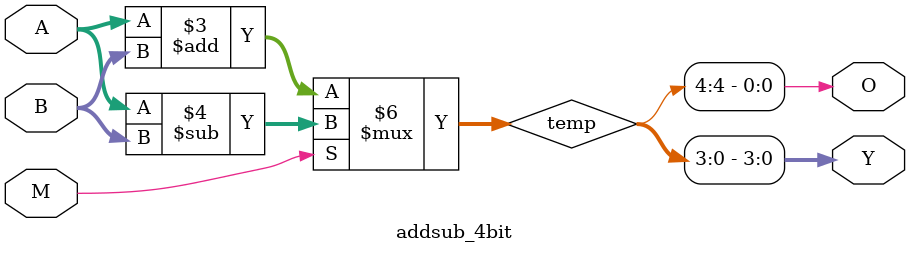
<source format=v>
module addsub_4bit (A, B, M, Y, O);

  input [3:0] A, B;
  input M;
  output reg [3:0] Y;
  output reg O;
  
  reg [4:0] temp;
  
  always @* begin
    if (M == 0) begin
      temp = A + B;
    end
    else begin
      temp = A - B;
    end
    Y = temp[3:0];
    O = temp[4];
  end
  
endmodule
</source>
